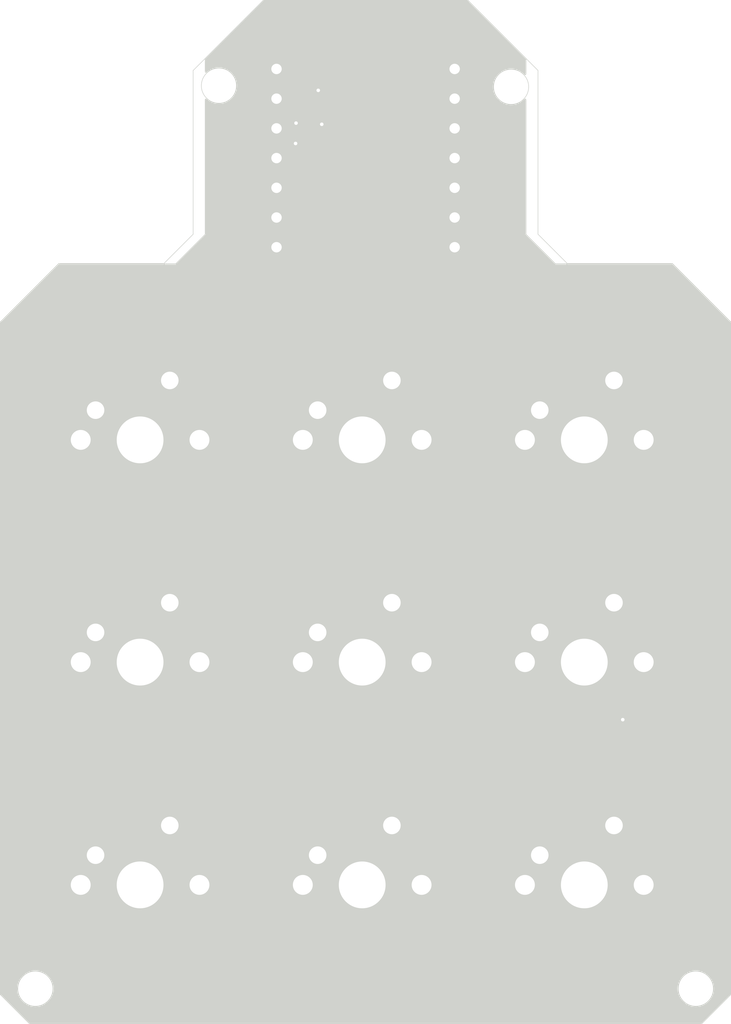
<source format=kicad_pcb>
(kicad_pcb (version 20240108) (generator "pcbnew") (generator_version "8.0")
  (layers (0 "F.Cu" signal) (31 "B.Cu" signal) (34 "B.Paste" user) (35 "F.Paste" user) (36 "B.SilkS" user "B.Silkscreen") (37 "F.SilkS" user "F.Silkscreen") (38 "B.Mask" user) (39 "F.Mask" user) (44 "Edge.Cuts" user))
  (net 0 "")
  (net 1 "Net-(D1-DOUT)")
  (net 2 "Net-(D1-DIN)")
  (net 3 "GND")
  (net 4 "Net-(U1-GPIO1{slash}RX)")
  (net 5 "Net-(U1-GPIO2{slash}SCK)")
  (net 6 "Net-(U1-GPIO4{slash}MISO)")
  (net 7 "Net-(U1-GPIO3{slash}MOSI)")
  (net 8 "+5V")
  (net 9 "Net-(U1-GPIO0{slash}TX)")
  (net 10 "Net-(U1-GPIO7{slash}SCL)")
  (net 12 "Net-(U1-GPIO27{slash}ADC1{slash}A1)")
  (net 13 "Net-(U1-GPIO28{slash}ADC2{slash}A2)")
  (net 14 "Net-(U1-GPIO29{slash}ADC3{slash}A3)")
  (net 16 "Net-(D2-DOUT)")
  (net 17 "Net-(D3-DOUT)")
  (net 18 "Net-(D4-DOUT)")
  (net 19 "Net-(D5-DOUT)")
  (net 20 "Net-(D6-DOUT)")
  (net 21 "Net-(D7-DOUT)")
  (net 22 "Net-(D8-DOUT)")
  (footprint "Button_Switch_Keyboard:SW_Cherry_MX_1.00u_PCB" (layer "F.Cu") (at 155 133.045)
    (property "Reference" "SW9" (at -3 -0.045 0) (layer "F.SilkS"))
    (property "Value" "SW_Push")
    (pad "" np_thru_hole circle (at -7.62 5.08) (size 1.7 1.7) (drill 1.7) (layers "*.Cu" "*.Mask"))
    (pad "" np_thru_hole circle (at -2.54 5.08) (size 4 4) (drill 4) (layers "*.Cu" "*.Mask"))
    (pad "" np_thru_hole circle (at 2.54 5.08) (size 1.7 1.7) (drill 1.7) (layers "*.Cu" "*.Mask"))
    (pad "1" thru_hole circle (at 0 0) (size 2.2 2.2) (drill 1.5) (layers "*.Cu" "*.Mask") (net 3 "GND"))
    (pad "2" thru_hole circle (at -6.35 2.54) (size 2.2 2.2) (drill 1.5) (layers "*.Cu" "*.Mask") (net 14 "Net-(U1-GPIO29{slash}ADC3{slash}A3)"))
  )
  (footprint "LED_SMD:LED_SK6812MINI_PLCC4_3.5x3.5mm_P1.75mm" (layer "F.Cu") (at 115 90.125 180)
    (property "Reference" "D1" (at 4.25 0.125 0) (layer "F.SilkS"))
    (property "Value" "SK6812MINI")
    (fp_text user "1" (at -3.2 -0.875 180) (layer "F.SilkS") (effects (font (size 0.8 0.8))))
    (pad "1" smd rect (at -1.75 -0.875 180) (size 1.6 0.85) (layers "F.Cu" "F.Paste" "F.Mask") (net 1 "Net-(D1-DOUT)"))
    (pad "2" smd rect (at -1.75 0.875 180) (size 1.6 0.85) (layers "F.Cu" "F.Paste" "F.Mask") (net 3 "GND"))
    (pad "3" smd rect (at 1.75 0.875 180) (size 1.6 0.85) (layers "F.Cu" "F.Paste" "F.Mask") (net 2 "Net-(D1-DIN)"))
    (pad "4" smd rect (at 1.75 -0.875 180) (size 1.6 0.85) (layers "F.Cu" "F.Paste" "F.Mask") (net 8 "+5V"))
  )
  (footprint "LED_SMD:LED_SK6812MINI_PLCC4_3.5x3.5mm_P1.75mm" (layer "F.Cu") (at 153 109.625 180)
    (property "Reference" "D8" (at 4.5 -0.125 0) (layer "F.SilkS"))
    (property "Value" "SK6812MINI")
    (fp_text user "1" (at -3.2 -0.875 180) (layer "F.SilkS") (effects (font (size 0.8 0.8))))
    (pad "1" smd rect (at -1.75 -0.875 180) (size 1.6 0.85) (layers "F.Cu" "F.Paste" "F.Mask") (net 22 "Net-(D8-DOUT)"))
    (pad "2" smd rect (at -1.75 0.875 180) (size 1.6 0.85) (layers "F.Cu" "F.Paste" "F.Mask") (net 3 "GND"))
    (pad "3" smd rect (at 1.75 0.875 180) (size 1.6 0.85) (layers "F.Cu" "F.Paste" "F.Mask") (net 21 "Net-(D7-DOUT)"))
    (pad "4" smd rect (at 1.75 -0.875 180) (size 1.6 0.85) (layers "F.Cu" "F.Paste" "F.Mask") (net 8 "+5V"))
  )
  (footprint "Button_Switch_Keyboard:SW_Cherry_MX_1.00u_PCB" (layer "F.Cu") (at 136 133.045)
    (property "Reference" "SW6" (at -3.25 -0.045 0) (layer "F.SilkS"))
    (property "Value" "SW_Push")
    (pad "" np_thru_hole circle (at -7.62 5.08) (size 1.7 1.7) (drill 1.7) (layers "*.Cu" "*.Mask"))
    (pad "" np_thru_hole circle (at -2.54 5.08) (size 4 4) (drill 4) (layers "*.Cu" "*.Mask"))
    (pad "" np_thru_hole circle (at 2.54 5.08) (size 1.7 1.7) (drill 1.7) (layers "*.Cu" "*.Mask"))
    (pad "1" thru_hole circle (at 0 0) (size 2.2 2.2) (drill 1.5) (layers "*.Cu" "*.Mask") (net 3 "GND"))
    (pad "2" thru_hole circle (at -6.35 2.54) (size 2.2 2.2) (drill 1.5) (layers "*.Cu" "*.Mask") (net 10 "Net-(U1-GPIO7{slash}SCL)"))
  )
  (footprint "Button_Switch_Keyboard:SW_Cherry_MX_1.00u_PCB" (layer "F.Cu") (at 117 114)
    (property "Reference" "SW2" (at -3.25 0 0) (layer "F.SilkS"))
    (property "Value" "SW_Push")
    (pad "" np_thru_hole circle (at -7.62 5.08) (size 1.7 1.7) (drill 1.7) (layers "*.Cu" "*.Mask"))
    (pad "" np_thru_hole circle (at -2.54 5.08) (size 4 4) (drill 4) (layers "*.Cu" "*.Mask"))
    (pad "" np_thru_hole circle (at 2.54 5.08) (size 1.7 1.7) (drill 1.7) (layers "*.Cu" "*.Mask"))
    (pad "1" thru_hole circle (at 0 0) (size 2.2 2.2) (drill 1.5) (layers "*.Cu" "*.Mask") (net 3 "GND"))
    (pad "2" thru_hole circle (at -6.35 2.54) (size 2.2 2.2) (drill 1.5) (layers "*.Cu" "*.Mask") (net 5 "Net-(U1-GPIO2{slash}SCK)"))
  )
  (footprint "Button_Switch_Keyboard:SW_Cherry_MX_1.00u_PCB" (layer "F.Cu") (at 117 95)
    (property "Reference" "SW1" (at -2.87 0.26 0) (layer "F.SilkS"))
    (property "Value" "SW_Push")
    (pad "" np_thru_hole circle (at -7.62 5.08) (size 1.7 1.7) (drill 1.7) (layers "*.Cu" "*.Mask"))
    (pad "" np_thru_hole circle (at -2.54 5.08) (size 4 4) (drill 4) (layers "*.Cu" "*.Mask"))
    (pad "" np_thru_hole circle (at 2.54 5.08) (size 1.7 1.7) (drill 1.7) (layers "*.Cu" "*.Mask"))
    (pad "1" thru_hole circle (at 0 0) (size 2.2 2.2) (drill 1.5) (layers "*.Cu" "*.Mask") (net 3 "GND"))
    (pad "2" thru_hole circle (at -6.35 2.54) (size 2.2 2.2) (drill 1.5) (layers "*.Cu" "*.Mask") (net 4 "Net-(U1-GPIO1{slash}RX)"))
  )
  (footprint "LED_SMD:LED_SK6812MINI_PLCC4_3.5x3.5mm_P1.75mm" (layer "F.Cu") (at 153 128.625 180)
    (property "Reference" "D9" (at 4.75 -0.375 0) (layer "F.SilkS"))
    (property "Value" "SK6812MINI")
    (fp_text user "1" (at -3.2 -0.875 180) (layer "F.SilkS") (effects (font (size 0.8 0.8))))
    (pad "1" smd rect (at -1.75 -0.875 180) (size 1.6 0.85) (layers "F.Cu" "F.Paste" "F.Mask"))
    (pad "2" smd rect (at -1.75 0.875 180) (size 1.6 0.85) (layers "F.Cu" "F.Paste" "F.Mask") (net 3 "GND"))
    (pad "3" smd rect (at 1.75 0.875 180) (size 1.6 0.85) (layers "F.Cu" "F.Paste" "F.Mask") (net 22 "Net-(D8-DOUT)"))
    (pad "4" smd rect (at 1.75 -0.875 180) (size 1.6 0.85) (layers "F.Cu" "F.Paste" "F.Mask") (net 8 "+5V"))
  )
  (footprint "LED_SMD:LED_SK6812MINI_PLCC4_3.5x3.5mm_P1.75mm" (layer "F.Cu") (at 153 90.125 180)
    (property "Reference" "D7" (at 4.25 -0.125 0) (layer "F.SilkS"))
    (property "Value" "SK6812MINI")
    (fp_text user "1" (at -3.2 -0.875 180) (layer "F.SilkS") (effects (font (size 0.8 0.8))))
    (pad "1" smd rect (at -1.75 -0.875 180) (size 1.6 0.85) (layers "F.Cu" "F.Paste" "F.Mask") (net 21 "Net-(D7-DOUT)"))
    (pad "2" smd rect (at -1.75 0.875 180) (size 1.6 0.85) (layers "F.Cu" "F.Paste" "F.Mask") (net 3 "GND"))
    (pad "3" smd rect (at 1.75 0.875 180) (size 1.6 0.85) (layers "F.Cu" "F.Paste" "F.Mask") (net 20 "Net-(D6-DOUT)"))
    (pad "4" smd rect (at 1.75 -0.875 180) (size 1.6 0.85) (layers "F.Cu" "F.Paste" "F.Mask") (net 8 "+5V"))
  )
  (footprint "Button_Switch_Keyboard:SW_Cherry_MX_1.00u_PCB" (layer "F.Cu") (at 155 114)
    (property "Reference" "SW8" (at -3 0 0) (layer "F.SilkS"))
    (property "Value" "SW_Push")
    (pad "" np_thru_hole circle (at -7.62 5.08) (size 1.7 1.7) (drill 1.7) (layers "*.Cu" "*.Mask"))
    (pad "" np_thru_hole circle (at -2.54 5.08) (size 4 4) (drill 4) (layers "*.Cu" "*.Mask"))
    (pad "" np_thru_hole circle (at 2.54 5.08) (size 1.7 1.7) (drill 1.7) (layers "*.Cu" "*.Mask"))
    (pad "1" thru_hole circle (at 0 0) (size 2.2 2.2) (drill 1.5) (layers "*.Cu" "*.Mask") (net 3 "GND"))
    (pad "2" thru_hole circle (at -6.35 2.54) (size 2.2 2.2) (drill 1.5) (layers "*.Cu" "*.Mask") (net 13 "Net-(U1-GPIO28{slash}ADC2{slash}A2)"))
  )
  (footprint "Button_Switch_Keyboard:SW_Cherry_MX_1.00u_PCB" (layer "F.Cu") (at 117 133.045)
    (property "Reference" "SW3" (at -3.25 -0.045 0) (layer "F.SilkS"))
    (property "Value" "SW_Push")
    (pad "" np_thru_hole circle (at -7.62 5.08) (size 1.7 1.7) (drill 1.7) (layers "*.Cu" "*.Mask"))
    (pad "" np_thru_hole circle (at -2.54 5.08) (size 4 4) (drill 4) (layers "*.Cu" "*.Mask"))
    (pad "" np_thru_hole circle (at 2.54 5.08) (size 1.7 1.7) (drill 1.7) (layers "*.Cu" "*.Mask"))
    (pad "1" thru_hole circle (at 0 0) (size 2.2 2.2) (drill 1.5) (layers "*.Cu" "*.Mask") (net 3 "GND"))
    (pad "2" thru_hole circle (at -6.35 2.54) (size 2.2 2.2) (drill 1.5) (layers "*.Cu" "*.Mask") (net 6 "Net-(U1-GPIO4{slash}MISO)"))
  )
  (footprint "LED_SMD:LED_SK6812MINI_PLCC4_3.5x3.5mm_P1.75mm" (layer "F.Cu") (at 115 128.625 180)
    (property "Reference" "D3" (hide yes))
    (property "Value" "SK6812MINI")
    (fp_text user "1" (at -3.2 -0.875 180) (layer "F.SilkS") (effects (font (size 0.8 0.8))))
    (pad "1" smd rect (at -1.75 -0.875 180) (size 1.6 0.85) (layers "F.Cu" "F.Paste" "F.Mask") (net 17 "Net-(D3-DOUT)"))
    (pad "2" smd rect (at -1.75 0.875 180) (size 1.6 0.85) (layers "F.Cu" "F.Paste" "F.Mask") (net 3 "GND"))
    (pad "3" smd rect (at 1.75 0.875 180) (size 1.6 0.85) (layers "F.Cu" "F.Paste" "F.Mask") (net 16 "Net-(D2-DOUT)"))
    (pad "4" smd rect (at 1.75 -0.875 180) (size 1.6 0.85) (layers "F.Cu" "F.Paste" "F.Mask") (net 8 "+5V"))
  )
  (footprint "Seeed Studio XIAO Series Library:XIAO-RP2040-DIP" (layer "F.Cu") (at 133.75 75.99)
    (property "Reference" "U1" (at -6.25 -11.5 0) (layer "F.SilkS") (effects (font (size 0.8 0.8) (thickness 0.1016))))
    (property "Value" "XIAO-RP2040-DIP")
    (pad "1" smd roundrect (at -8.455 -7.62 180) (size 2.432 1.524) (layers "F.Cu" "F.Mask") (roundrect_rratio 0.1))
    (pad "1" thru_hole circle (at -7.62 -7.62 180) (size 1.524 1.524) (drill 0.889) (layers "*.Cu" "*.Mask"))
    (pad "2" smd roundrect (at -8.455 -5.08 180) (size 2.432 1.524) (layers "F.Cu" "F.Mask") (roundrect_rratio 0.1) (net 12 "Net-(U1-GPIO27{slash}ADC1{slash}A1)"))
    (pad "2" thru_hole circle (at -7.62 -5.08 180) (size 1.524 1.524) (drill 0.889) (layers "*.Cu" "*.Mask") (net 12 "Net-(U1-GPIO27{slash}ADC1{slash}A1)"))
    (pad "3" smd roundrect (at -8.455 -2.54 180) (size 2.432 1.524) (layers "F.Cu" "F.Mask") (roundrect_rratio 0.1) (net 13 "Net-(U1-GPIO28{slash}ADC2{slash}A2)"))
    (pad "3" thru_hole circle (at -7.62 -2.54 180) (size 1.524 1.524) (drill 0.889) (layers "*.Cu" "*.Mask") (net 13 "Net-(U1-GPIO28{slash}ADC2{slash}A2)"))
    (pad "4" smd roundrect (at -8.455 0 180) (size 2.432 1.524) (layers "F.Cu" "F.Mask") (roundrect_rratio 0.1) (net 14 "Net-(U1-GPIO29{slash}ADC3{slash}A3)"))
    (pad "4" thru_hole circle (at -7.62 0 180) (size 1.524 1.524) (drill 0.889) (layers "*.Cu" "*.Mask") (net 14 "Net-(U1-GPIO29{slash}ADC3{slash}A3)"))
    (pad "5" smd roundrect (at -8.455 2.54 180) (size 2.432 1.524) (layers "F.Cu" "F.Mask") (roundrect_rratio 0.1) (net 2 "Net-(D1-DIN)"))
    (pad "5" thru_hole circle (at -7.62 2.54 180) (size 1.524 1.524) (drill 0.889) (layers "*.Cu" "*.Mask") (net 2 "Net-(D1-DIN)"))
    (pad "6" smd roundrect (at -8.455 5.08 180) (size 2.432 1.524) (layers "F.Cu" "F.Mask") (roundrect_rratio 0.1) (net 10 "Net-(U1-GPIO7{slash}SCL)"))
    (pad "6" thru_hole circle (at -7.62 5.08 180) (size 1.524 1.524) (drill 0.889) (layers "*.Cu" "*.Mask") (net 10 "Net-(U1-GPIO7{slash}SCL)"))
    (pad "7" smd roundrect (at -8.455 7.62 180) (size 2.432 1.524) (layers "F.Cu" "F.Mask") (roundrect_rratio 0.1) (net 9 "Net-(U1-GPIO0{slash}TX)"))
    (pad "7" thru_hole circle (at -7.62 7.62 180) (size 1.524 1.524) (drill 0.889) (layers "*.Cu" "*.Mask") (net 9 "Net-(U1-GPIO0{slash}TX)"))
    (pad "8" thru_hole circle (at 7.62 7.62) (size 1.524 1.524) (drill 0.889) (layers "*.Cu" "*.Mask") (net 4 "Net-(U1-GPIO1{slash}RX)"))
    (pad "8" smd roundrect (at 8.455 7.62) (size 2.432 1.524) (layers "F.Cu" "F.Mask") (roundrect_rratio 0.1) (net 4 "Net-(U1-GPIO1{slash}RX)"))
    (pad "9" thru_hole circle (at 7.62 5.08) (size 1.524 1.524) (drill 0.889) (layers "*.Cu" "*.Mask") (net 5 "Net-(U1-GPIO2{slash}SCK)"))
    (pad "9" smd roundrect (at 8.455 5.08) (size 2.432 1.524) (layers "F.Cu" "F.Mask") (roundrect_rratio 0.1) (net 5 "Net-(U1-GPIO2{slash}SCK)"))
    (pad "10" thru_hole circle (at 7.62 2.54) (size 1.524 1.524) (drill 0.889) (layers "*.Cu" "*.Mask") (net 6 "Net-(U1-GPIO4{slash}MISO)"))
    (pad "10" smd roundrect (at 8.455 2.54) (size 2.432 1.524) (layers "F.Cu" "F.Mask") (roundrect_rratio 0.1) (net 6 "Net-(U1-GPIO4{slash}MISO)"))
    (pad "11" thru_hole circle (at 7.62 0) (size 1.524 1.524) (drill 0.889) (layers "*.Cu" "*.Mask") (net 7 "Net-(U1-GPIO3{slash}MOSI)"))
    (pad "11" smd roundrect (at 8.455 0) (size 2.432 1.524) (layers "F.Cu" "F.Mask") (roundrect_rratio 0.1) (net 7 "Net-(U1-GPIO3{slash}MOSI)"))
    (pad "12" thru_hole circle (at 7.62 -2.54) (size 1.524 1.524) (drill 0.889) (layers "*.Cu" "*.Mask"))
    (pad "12" smd roundrect (at 8.455 -2.54) (size 2.432 1.524) (layers "F.Cu" "F.Mask") (roundrect_rratio 0.1))
    (pad "13" thru_hole circle (at 7.62 -5.08) (size 1.524 1.524) (drill 0.889) (layers "*.Cu" "*.Mask") (net 3 "GND"))
    (pad "13" smd roundrect (at 8.455 -5.08) (size 2.432 1.524) (layers "F.Cu" "F.Mask") (roundrect_rratio 0.1) (net 3 "GND"))
    (pad "14" thru_hole circle (at 7.62 -7.62) (size 1.524 1.524) (drill 0.889) (layers "*.Cu" "*.Mask") (net 8 "+5V"))
    (pad "14" smd roundrect (at 8.455 -7.62) (size 2.432 1.524) (layers "F.Cu" "F.Mask") (roundrect_rratio 0.1) (net 8 "+5V"))
  )
  (footprint "Button_Switch_Keyboard:SW_Cherry_MX_1.00u_PCB" (layer "F.Cu") (at 136 95)
    (property "Reference" "SW4" (at -2.96 0.26 0) (layer "F.SilkS"))
    (property "Value" "SW_Push")
    (pad "" np_thru_hole circle (at -7.62 5.08) (size 1.7 1.7) (drill 1.7) (layers "*.Cu" "*.Mask"))
    (pad "" np_thru_hole circle (at -2.54 5.08) (size 4 4) (drill 4) (layers "*.Cu" "*.Mask"))
    (pad "" np_thru_hole circle (at 2.54 5.08) (size 1.7 1.7) (drill 1.7) (layers "*.Cu" "*.Mask"))
    (pad "1" thru_hole circle (at 0 0) (size 2.2 2.2) (drill 1.5) (layers "*.Cu" "*.Mask") (net 3 "GND"))
    (pad "2" thru_hole circle (at -6.35 2.54) (size 2.2 2.2) (drill 1.5) (layers "*.Cu" "*.Mask") (net 7 "Net-(U1-GPIO3{slash}MOSI)"))
  )
  (footprint "Button_Switch_Keyboard:SW_Cherry_MX_1.00u_PCB" (layer "F.Cu") (at 155 95)
    (property "Reference" "SW7" (at -2.75 0.5 0) (layer "F.SilkS"))
    (property "Value" "SW_Push")
    (pad "" np_thru_hole circle (at -7.62 5.08) (size 1.7 1.7) (drill 1.7) (layers "*.Cu" "*.Mask"))
    (pad "" np_thru_hole circle (at -2.54 5.08) (size 4 4) (drill 4) (layers "*.Cu" "*.Mask"))
    (pad "" np_thru_hole circle (at 2.54 5.08) (size 1.7 1.7) (drill 1.7) (layers "*.Cu" "*.Mask"))
    (pad "1" thru_hole circle (at 0 0) (size 2.2 2.2) (drill 1.5) (layers "*.Cu" "*.Mask") (net 3 "GND"))
    (pad "2" thru_hole circle (at -6.35 2.54) (size 2.2 2.2) (drill 1.5) (layers "*.Cu" "*.Mask") (net 12 "Net-(U1-GPIO27{slash}ADC1{slash}A1)"))
  )
  (footprint "LED_SMD:LED_SK6812MINI_PLCC4_3.5x3.5mm_P1.75mm" (layer "F.Cu") (at 134 109.625 180)
    (property "Reference" "D5" (at 4.5 -0.125 0) (layer "F.SilkS"))
    (property "Value" "SK6812MINI")
    (fp_text user "1" (at -3.2 -0.875 180) (layer "F.SilkS") (effects (font (size 0.8 0.8))))
    (pad "1" smd rect (at -1.75 -0.875 180) (size 1.6 0.85) (layers "F.Cu" "F.Paste" "F.Mask") (net 19 "Net-(D5-DOUT)"))
    (pad "2" smd rect (at -1.75 0.875 180) (size 1.6 0.85) (layers "F.Cu" "F.Paste" "F.Mask") (net 3 "GND"))
    (pad "3" smd rect (at 1.75 0.875 180) (size 1.6 0.85) (layers "F.Cu" "F.Paste" "F.Mask") (net 18 "Net-(D4-DOUT)"))
    (pad "4" smd rect (at 1.75 -0.875 180) (size 1.6 0.85) (layers "F.Cu" "F.Paste" "F.Mask") (net 8 "+5V"))
  )
  (footprint "LED_SMD:LED_SK6812MINI_PLCC4_3.5x3.5mm_P1.75mm" (layer "F.Cu") (at 134 90.125 180)
    (property "Reference" "D4" (at 4.25 -0.125 0) (layer "F.SilkS"))
    (property "Value" "SK6812MINI")
    (fp_text user "1" (at -3.2 -0.875 180) (layer "F.SilkS") (effects (font (size 0.8 0.8))))
    (pad "1" smd rect (at -1.75 -0.875 180) (size 1.6 0.85) (layers "F.Cu" "F.Paste" "F.Mask") (net 18 "Net-(D4-DOUT)"))
    (pad "2" smd rect (at -1.75 0.875 180) (size 1.6 0.85) (layers "F.Cu" "F.Paste" "F.Mask") (net 3 "GND"))
    (pad "3" smd rect (at 1.75 0.875 180) (size 1.6 0.85) (layers "F.Cu" "F.Paste" "F.Mask") (net 17 "Net-(D3-DOUT)"))
    (pad "4" smd rect (at 1.75 -0.875 180) (size 1.6 0.85) (layers "F.Cu" "F.Paste" "F.Mask") (net 8 "+5V"))
  )
  (footprint "Button_Switch_Keyboard:SW_Cherry_MX_1.00u_PCB" (layer "F.Cu") (at 136 114)
    (property "Reference" "SW5" (at -3.25 0.25 0) (layer "F.SilkS"))
    (property "Value" "SW_Push")
    (pad "" np_thru_hole circle (at -7.62 5.08) (size 1.7 1.7) (drill 1.7) (layers "*.Cu" "*.Mask"))
    (pad "" np_thru_hole circle (at -2.54 5.08) (size 4 4) (drill 4) (layers "*.Cu" "*.Mask"))
    (pad "" np_thru_hole circle (at 2.54 5.08) (size 1.7 1.7) (drill 1.7) (layers "*.Cu" "*.Mask"))
    (pad "1" thru_hole circle (at 0 0) (size 2.2 2.2) (drill 1.5) (layers "*.Cu" "*.Mask") (net 3 "GND"))
    (pad "2" thru_hole circle (at -6.35 2.54) (size 2.2 2.2) (drill 1.5) (layers "*.Cu" "*.Mask") (net 9 "Net-(U1-GPIO0{slash}TX)"))
  )
  (footprint "LED_SMD:LED_SK6812MINI_PLCC4_3.5x3.5mm_P1.75mm" (layer "F.Cu") (at 134 128.625 180)
    (property "Reference" "D6" (at 4.5 -0.125 0) (layer "F.SilkS"))
    (property "Value" "SK6812MINI")
    (fp_text user "1" (at -3.2 -0.875 180) (layer "F.SilkS") (effects (font (size 0.8 0.8))))
    (pad "1" smd rect (at -1.75 -0.875 180) (size 1.6 0.85) (layers "F.Cu" "F.Paste" "F.Mask") (net 20 "Net-(D6-DOUT)"))
    (pad "2" smd rect (at -1.75 0.875 180) (size 1.6 0.85) (layers "F.Cu" "F.Paste" "F.Mask") (net 3 "GND"))
    (pad "3" smd rect (at 1.75 0.875 180) (size 1.6 0.85) (layers "F.Cu" "F.Paste" "F.Mask") (net 19 "Net-(D5-DOUT)"))
    (pad "4" smd rect (at 1.75 -0.875 180) (size 1.6 0.85) (layers "F.Cu" "F.Paste" "F.Mask") (net 8 "+5V"))
  )
  (footprint "LED_SMD:LED_SK6812MINI_PLCC4_3.5x3.5mm_P1.75mm" (layer "F.Cu") (at 115 109.625 180)
    (property "Reference" "D2" (at 4.75 -0.125 0) (layer "F.SilkS"))
    (property "Value" "SK6812MINI")
    (fp_text user "1" (at -3.2 -0.875 180) (layer "F.SilkS") (effects (font (size 0.8 0.8))))
    (pad "1" smd rect (at -1.75 -0.875 180) (size 1.6 0.85) (layers "F.Cu" "F.Paste" "F.Mask") (net 16 "Net-(D2-DOUT)"))
    (pad "2" smd rect (at -1.75 0.875 180) (size 1.6 0.85) (layers "F.Cu" "F.Paste" "F.Mask") (net 3 "GND"))
    (pad "3" smd rect (at 1.75 0.875 180) (size 1.6 0.85) (layers "F.Cu" "F.Paste" "F.Mask") (net 1 "Net-(D1-DOUT)"))
    (pad "4" smd rect (at 1.75 -0.875 180) (size 1.6 0.85) (layers "F.Cu" "F.Paste" "F.Mask") (net 8 "+5V"))
  )
  (gr_line (start 160 85) (end 165 90) (stroke (width 0.05)) (layer "Edge.Cuts"))
  (gr_line (start 105 150) (end 102.5 147.5) (stroke (width 0.05)) (layer "Edge.Cuts"))
  (gr_line (start 165 90) (end 165 147.5) (stroke (width 0.05)) (layer "Edge.Cuts"))
  (gr_line (start 107.5 85) (end 116.5 85) (stroke (width 0.05)) (layer "Edge.Cuts"))
  (gr_line (start 119 82.5) (end 116.5 85) (stroke (width 0.05)) (layer "Edge.Cuts"))
  (gr_line (start 162.5 150) (end 105 150) (stroke (width 0.05)) (layer "Edge.Cuts"))
  (gr_line (start 148.499849 82.5) (end 150.999849 85) (stroke (width 0.05)) (layer "Edge.Cuts"))
  (gr_line (start 120 67.5) (end 119 68.5) (stroke (width 0.05)) (layer "Edge.Cuts"))
  (gr_line (start 142.5 62.5) (end 147.5 67.5) (stroke (width 0.05)) (layer "Edge.Cuts"))
  (gr_line (start 120 67.5) (end 125 62.5) (stroke (width 0.05)) (layer "Edge.Cuts"))
  (gr_line (start 148.499849 68.499849) (end 148.499849 82.5) (stroke (width 0.05)) (layer "Edge.Cuts"))
  (gr_circle (center 146.2 69.9) (end 147.7 69.9) (stroke (width 0.05)) (fill none) (layer "Edge.Cuts"))
  (gr_line (start 147.5 67.5) (end 148.499849 68.499849) (stroke (width 0.05)) (layer "Edge.Cuts"))
  (gr_line (start 151 85) (end 160 85) (stroke (width 0.05)) (layer "Edge.Cuts"))
  (gr_circle (center 105.5 147) (end 107 147) (stroke (width 0.05)) (fill none) (layer "Edge.Cuts"))
  (gr_circle (center 121.2 69.8) (end 122.7 69.8) (stroke (width 0.05)) (fill none) (layer "Edge.Cuts"))
  (gr_line (start 165 147.5) (end 162.5 150) (stroke (width 0.05)) (layer "Edge.Cuts"))
  (gr_line (start 125 62.5) (end 142.5 62.5) (stroke (width 0.05)) (layer "Edge.Cuts"))
  (gr_line (start 102.5 147.5) (end 102.5 90) (stroke (width 0.05)) (layer "Edge.Cuts"))
  (gr_line (start 119 68.5) (end 119 82.5) (stroke (width 0.05)) (layer "Edge.Cuts"))
  (gr_line (start 102.5 90) (end 107.5 85) (stroke (width 0.05)) (layer "Edge.Cuts"))
  (gr_circle (center 162 147) (end 163.5 147) (stroke (width 0.05)) (fill none) (layer "Edge.Cuts"))
  (gr_text "Bananapad\n" (at 104.75 89 0) (layer "F.SilkS") (effects (font (size 1 0.8) (thickness 0.2) (bold yes)) (justify left bottom)))
  (gr_text ":)" (at 143.25 87.25 0) (layer "F.SilkS") (effects (font (size 2 2) (thickness 0.4) (bold yes)) (justify left bottom)))
  (gr_text "XIAO HERE" (at 127.75 77 0) (layer "F.SilkS") (effects (font (size 1.5 1.5) (thickness 0.2)) (justify left bottom)))
  (segment (start 113.25 106.5) (end 117.25 102.5) (width 0.2) (layer "F.Cu") (net 1))
  (segment (start 113.25 108.75) (end 113.25 106.5) (width 0.2) (layer "F.Cu") (net 1))
  (segment (start 117.25 102.5) (end 117.25 97.5) (width 0.2) (layer "F.Cu") (net 1))
  (segment (start 119.25 93.5) (end 116.75 91) (width 0.2) (layer "F.Cu") (net 1))
  (segment (start 119.25 95.5) (end 119.25 93.5) (width 0.2) (layer "F.Cu") (net 1))
  (segment (start 117.25 97.5) (end 119.25 95.5) (width 0.2) (layer "F.Cu") (net 1))
  (segment (start 121.5 80.25) (end 123.21 78.54) (width 0.2) (layer "F.Cu") (net 2))
  (segment (start 113.25 89.25) (end 113.25 88.25) (width 0.2) (layer "F.Cu") (net 2))
  (segment (start 114.5 87) (end 117 87) (width 0.2) (layer "F.Cu") (net 2))
  (segment (start 123.21 78.54) (end 125.045 78.54) (width 0.2) (layer "F.Cu") (net 2))
  (segment (start 113.25 88.25) (end 114.5 87) (width 0.2) (layer "F.Cu") (net 2))
  (segment (start 117 87) (end 121.5 82.5) (width 0.2) (layer "F.Cu") (net 2))
  (segment (start 121.5 82.5) (end 121.5 80.25) (width 0.2) (layer "F.Cu") (net 2))
  (segment (start 156.8 110.8) (end 154.75 108.75) (width 0.2) (layer "F.Cu") (net 3))
  (segment (start 139.85 108.75) (end 141.6 107) (width 0.2) (layer "F.Cu") (net 3))
  (segment (start 155.21 124) (end 155.75 124) (width 0.2) (layer "F.Cu") (net 3))
  (segment (start 135.025 88.525) (end 135.75 89.25) (width 0.2) (layer "F.Cu") (net 3))
  (segment (start 155.21 127.29) (end 155.21 124) (width 0.2) (layer "F.Cu") (net 3))
  (segment (start 135.75 127.75) (end 136.75 127.75) (width 0.2) (layer "F.Cu") (net 3))
  (segment (start 156.8 117.515686) (end 156.8 110.8) (width 0.2) (layer "F.Cu") (net 3))
  (segment (start 160.75 92.25) (end 157.75 89.25) (width 0.2) (layer "F.Cu") (net 3))
  (segment (start 126.909314 88.525) (end 127 88.525) (width 0.2) (layer "F.Cu") (net 3))
  (segment (start 116.75 108.75) (end 120.85 108.75) (width 0.2) (layer "F.Cu") (net 3))
  (segment (start 155.21 124) (end 155.21 119.105686) (width 0.2) (layer "F.Cu") (net 3))
  (segment (start 127 88.525) (end 135.025 88.525) (width 0.2) (layer "F.Cu") (net 3))
  (segment (start 120.85 108.75) (end 122.6 107) (width 0.2) (layer "F.Cu") (net 3))
  (segment (start 136.725 88.525) (end 154.025 88.525) (width 0.2) (layer "F.Cu") (net 3))
  (segment (start 141.6 92.834314) (end 145.909314 88.525) (width 0.2) (layer "F.Cu") (net 3))
  (segment (start 122.6 107) (end 122.6 92.834314) (width 0.2) (layer "F.Cu") (net 3))
  (segment (start 135.75 89.25) (end 136 89.25) (width 0.2) (layer "F.Cu") (net 3))
  (segment (start 155.21 119.105686) (end 156.8 117.515686) (width 0.2) (layer "F.Cu") (net 3))
  (segment (start 154.75 108.75) (end 158.75 108.75) (width 0.2) (layer "F.Cu") (net 3))
  (segment (start 158.75 108.75) (end 160.75 106.75) (width 0.2) (layer "F.Cu") (net 3))
  (segment (start 154.75 127.75) (end 155.21 127.29) (width 0.2) (layer "F.Cu") (net 3))
  (segment (start 136.75 127.75) (end 141.6 122.9) (width 0.2) (layer "F.Cu") (net 3))
  (segment (start 136 89.25) (end 136.725 88.525) (width 0.2) (layer "F.Cu") (net 3))
  (segment (start 135.75 108.75) (end 139.85 108.75) (width 0.2) (layer "F.Cu") (net 3))
  (segment (start 122.6 122.9) (end 122.6 107) (width 0.2) (layer "F.Cu") (net 3))
  (segment (start 116.75 89.25) (end 117.475 88.525) (width 0.2) (layer "F.Cu") (net 3))
  (segment (start 154.025 88.525) (end 154.75 89.25) (width 0.2) (layer "F.Cu") (net 3))
  (segment (start 160.75 106.75) (end 160.75 92.25) (width 0.2) (layer "F.Cu") (net 3))
  (segment (start 157.75 89.25) (end 154.75 89.25) (width 0.2) (layer "F.Cu") (net 3))
  (segment (start 117.75 127.75) (end 122.6 122.9) (width 0.2) (layer "F.Cu") (net 3))
  (segment (start 116.75 127.75) (end 117.75 127.75) (width 0.2) (layer "F.Cu") (net 3))
  (segment (start 122.6 92.834314) (end 126.909314 88.525) (width 0.2) (layer "F.Cu") (net 3))
  (segment (start 141.6 107) (end 141.6 92.834314) (width 0.2) (layer "F.Cu") (net 3))
  (segment (start 141.6 122.9) (end 141.6 107) (width 0.2) (layer "F.Cu") (net 3))
  (segment (start 117.475 88.525) (end 127 88.525) (width 0.2) (layer "F.Cu") (net 3))
  (via (at 155.75 124) (size 0.6) (drill 0.3) (layers "F.Cu" "B.Cu") (net 3))
  (segment (start 136 146) (end 136 133.045) (width 0.2) (layer "B.Cu") (net 3))
  (segment (start 117 147) (end 118 148) (width 0.2) (layer "B.Cu") (net 3))
  (segment (start 117 114) (end 136 114) (width 0.2) (layer "B.Cu") (net 3))
  (segment (start 134 148) (end 136 146) (width 0.2) (layer "B.Cu") (net 3))
  (segment (start 106.455 133.045) (end 104.5 135) (width 0.2) (layer "B.Cu") (net 3))
  (segment (start 155 133.045) (end 155 123.5) (width 0.2) (layer "B.Cu") (net 3))
  (segment (start 155 95) (end 136 95) (width 0.2) (layer "B.Cu") (net 3))
  (segment (start 155 114) (end 136 114) (width 0.2) (layer "B.Cu") (net 3))
  (segment (start 110.5 149) (end 157 149) (width 0.2) (layer "B.Cu") (net 3))
  (segment (start 156.665686 86.35) (end 149.95 86.35) (width 0.2) (layer "B.Cu") (net 3))
  (segment (start 162.9 92.584314) (end 156.665686 86.35) (width 0.2) (layer "B.Cu") (net 3))
  (segment (start 136 146) (end 138 148) (width 0.2) (layer "B.Cu") (net 3))
  (segment (start 155.25 123.5) (end 155.75 124) (width 0.2) (layer "B.Cu") (net 3))
  (segment (start 149.95 86.35) (end 145.3 81.7) (width 0.2) (layer "B.Cu") (net 3))
  (segment (start 155 123.5) (end 155 114) (width 0.2) (layer "B.Cu") (net 3))
  (segment (start 136 95) (end 117 95) (width 0.2) (layer "B.Cu") (net 3))
  (segment (start 104.5 135) (end 104.5 143) (width 0.2) (layer "B.Cu") (net 3))
  (segment (start 155 146) (end 155 133.045) (width 0.2) (layer "B.Cu") (net 3))
  (segment (start 138 148) (end 153 148) (width 0.2) (layer "B.Cu") (net 3))
  (segment (start 162.9 143.1) (end 162.9 92.584314) (width 0.2) (layer "B.Cu") (net 3))
  (segment (start 153 148) (end 155 146) (width 0.2) (layer "B.Cu") (net 3))
  (segment (start 117 95) (end 117 114) (width 0.2) (layer "B.Cu") (net 3))
  (segment (start 118 148) (end 134 148) (width 0.2) (layer "B.Cu") (net 3))
  (segment (start 104.5 143) (end 110.5 149) (width 0.2) (layer "B.Cu") (net 3))
  (segment (start 155 123.5) (end 155.25 123.5) (width 0.2) (layer "B.Cu") (net 3))
  (segment (start 145.3 81.7) (end 145.3 73.8) (width 0.2) (layer "B.Cu") (net 3))
  (segment (start 117 133.045) (end 106.455 133.045) (width 0.2) (layer "B.Cu") (net 3))
  (segment (start 117 133.045) (end 117 147) (width 0.2) (layer "B.Cu") (net 3))
  (segment (start 142.42 70.92) (end 141.12 70.92) (width 0.2) (layer "B.Cu") (net 3))
  (segment (start 157 149) (end 162.9 143.1) (width 0.2) (layer "B.Cu") (net 3))
  (segment (start 145.3 73.8) (end 142.42 70.92) (width 0.2) (layer "B.Cu") (net 3))
  (segment (start 130.38 83.62) (end 141.12 83.62) (width 0.2) (layer "B.Cu") (net 4))
  (segment (start 110.65 97.54) (end 110.65 90.756372) (width 0.2) (layer "B.Cu") (net 4))
  (segment (start 110.65 90.756372) (end 112 89.406372) (width 0.2) (layer "B.Cu") (net 4))
  (segment (start 124.593628 89.406372) (end 130.38 83.62) (width 0.2) (layer "B.Cu") (net 4))
  (segment (start 112 89.406372) (end 124.593628 89.406372) (width 0.2) (layer "B.Cu") (net 4))
  (segment (start 130.3 70.8) (end 130.3 72.8) (width 0.2) (layer "F.Cu") (net 5))
  (segment (start 129.7 70.2) (end 130.3 70.8) (width 0.2) (layer "F.Cu") (net 5))
  (segment (start 130.3 72.8) (end 130 73.1) (width 0.2) (layer "F.Cu") (net 5))
  (via (at 129.7 70.2) (size 0.6) (drill 0.3) (layers "F.Cu" "B.Cu") (net 5))
  (via (at 130 73.1) (size 0.6) (drill 0.3) (layers "F.Cu" "B.Cu") (net 5))
  (segment (start 130.5 69.6) (end 133.35 69.6) (width 0.2) (layer "B.Cu") (net 5))
  (segment (start 130.5 69.6) (end 129.9 70.2) (width 0.2) (layer "B.Cu") (net 5))
  (segment (start 124.427942 89.006372) (end 129.75 83.684314) (width 0.2) (layer "B.Cu") (net 5))
  (segment (start 129.9 70.2) (end 129.7 70.2) (width 0.2) (layer "B.Cu") (net 5))
  (segment (start 129.75 83.684314) (end 129.75 74.25) (width 0.2) (layer "B.Cu") (net 5))
  (segment (start 137.08 81.08) (end 141.12 81.08) (width 0.2) (layer "B.Cu") (net 5))
  (segment (start 133.35 69.6) (end 135.25 71.5) (width 0.2) (layer "B.Cu") (net 5))
  (segment (start 108.19 116.54) (end 106.15 114.5) (width 0.2) (layer "B.Cu") (net 5))
  (segment (start 130 73.1) (end 130 74) (width 0.2) (layer "B.Cu") (net 5))
  (segment (start 135.25 71.5) (end 135.25 79.25) (width 0.2) (layer "B.Cu") (net 5))
  (segment (start 108.256372 89.006372) (end 124.427942 89.006372) (width 0.2) (layer "B.Cu") (net 5))
  (segment (start 130 74) (end 129.75 74.25) (width 0.2) (layer "B.Cu") (net 5))
  (segment (start 135.25 79.25) (end 137.08 81.08) (width 0.2) (layer "B.Cu") (net 5))
  (segment (start 106.15 114.5) (end 106.15 91.112744) (width 0.2) (layer "B.Cu") (net 5))
  (segment (start 110.65 116.54) (end 108.19 116.54) (width 0.2) (layer "B.Cu") (net 5))
  (segment (start 106.15 91.112744) (end 108.256372 89.006372) (width 0.2) (layer "B.Cu") (net 5))
  (segment (start 110.65 135.585) (end 110.65 146.9) (width 0.2) (layer "B.Cu") (net 6))
  (segment (start 144.7 79.95) (end 143.29 78.54) (width 0.2) (layer "B.Cu") (net 6))
  (segment (start 144.7 82) (end 144.7 79.95) (width 0.2) (layer "B.Cu") (net 6))
  (segment (start 162.5 142.5) (end 162.5 92.75) (width 0.2) (layer "B.Cu") (net 6))
  (segment (start 156.5 148.5) (end 162.5 142.5) (width 0.2) (layer "B.Cu") (net 6))
  (segment (start 143.29 78.54) (end 141.12 78.54) (width 0.2) (layer "B.Cu") (net 6))
  (segment (start 112.25 148.5) (end 156.5 148.5) (width 0.2) (layer "B.Cu") (net 6))
  (segment (start 162.5 92.75) (end 156.5 86.75) (width 0.2) (layer "B.Cu") (net 6))
  (segment (start 149.45 86.75) (end 144.7 82) (width 0.2) (layer "B.Cu") (net 6))
  (segment (start 110.65 146.9) (end 112.25 148.5) (width 0.2) (layer "B.Cu") (net 6))
  (segment (start 156.5 86.75) (end 149.45 86.75) (width 0.2) (layer "B.Cu") (net 6))
  (segment (start 144.2 80.45) (end 143.352 79.602) (width 0.2) (layer "B.Cu") (net 7))
  (segment (start 143.352 79.602) (end 140.680105 79.602) (width 0.2) (layer "B.Cu") (net 7))
  (segment (start 149.057843 87.157843) (end 144.2 82.3) (width 0.2) (layer "B.Cu") (net 7))
  (segment (start 140.058 77.062) (end 141.12 76) (width 0.2) (layer "B.Cu") (net 7))
  (segment (start 162 92.815686) (end 156.342157 87.157843) (width 0.2) (layer "B.Cu") (net 7))
  (segment (start 156.342157 87.157843) (end 149.057843 87.157843) (width 0.2) (layer "B.Cu") (net 7))
  (segment (start 129.65 97.54) (end 129.65 103.4) (width 0.2) (layer "B.Cu") (net 7))
  (segment (start 144.2 82.3) (end 144.2 80.45) (width 0.2) (layer "B.Cu") (net 7))
  (segment (start 162 106.25) (end 162 92.815686) (width 0.2) (layer "B.Cu") (net 7))
  (segment (start 160.75 107.5) (end 162 106.25) (width 0.2) (layer "B.Cu") (net 7))
  (segment (start 133.75 107.5) (end 160.75 107.5) (width 0.2) (layer "B.Cu") (net 7))
  (segment (start 140.058 78.979895) (end 140.058 77.062) (width 0.2) (layer "B.Cu") (net 7))
  (segment (start 129.65 103.4) (end 133.75 107.5) (width 0.2) (layer "B.Cu") (net 7))
  (segment (start 140.680105 79.602) (end 140.058 78.979895) (width 0.2) (layer "B.Cu") (net 7))
  (segment (start 144.25 131.25) (end 131.5 131.25) (width 0.2) (layer "F.Cu") (net 8))
  (segment (start 142.205 68.554228) (end 142.205 68.37) (width 0.2) (layer "F.Cu") (net 8))
  (segment (start 157.3 86) (end 149.9 86) (width 0.2) (layer "F.Cu") (net 8))
  (segment (start 149.5 131.25) (end 144.25 131.25) (width 0.2) (layer "F.Cu") (net 8))
  (segment (start 163.4 129.1) (end 163.4 92.1) (width 0.2) (layer "F.Cu") (net 8))
  (segment (start 108 91) (end 106 93) (width 0.2) (layer "F.Cu") (net 8))
  (segment (start 106 128.5) (end 106 112.5) (width 0.2) (layer "F.Cu") (net 8))
  (segment (start 144.25 92.75) (end 144.25 112.25) (width 0.2) (layer "F.Cu") (net 8))
  (segment (start 114 131.25) (end 113.25 130.5) (width 0.2) (layer "F.Cu") (net 8))
  (segment (start 127 110.5) (end 132.25 110.5) (width 0.2) (layer "F.Cu") (net 8))
  (segment (start 151.25 110.5) (end 146 110.5) (width 0.2) (layer "F.Cu") (net 8))
  (segment (start 163.5 129.5) (end 163.5 129.2) (width 0.2) (layer "F.Cu") (net 8))
  (segment (start 113.25 129.5) (end 107 129.5) (width 0.2) (layer "F.Cu") (net 8))
  (segment (start 144.2 70.549228) (end 142.205 68.554228) (width 0.2) (layer "F.Cu") (net 8))
  (segment (start 125.25 126.25) (end 125.25 112.25) (width 0.2) (layer "F.Cu") (net 8))
  (segment (start 149.9 86) (end 144.2 80.3) (width 0.2) (layer "F.Cu") (net 8))
  (segment (start 125.25 112.25) (end 127 110.5) (width 0.2) (layer "F.Cu") (net 8))
  (segment (start 151.25 91) (end 146 91) (width 0.2) (layer "F.Cu") (net 8))
  (segment (start 146 110.5) (end 144.25 112.25) (width 0.2) (layer "F.Cu") (net 8))
  (segment (start 132.25 91) (end 127 91) (width 0.2) (layer "F.Cu") (net 8))
  (segment (start 113.25 130.5) (end 113.25 129.5) (width 0.2) (layer "F.Cu") (net 8))
  (segment (start 106 112.5) (end 108 110.5) (width 0.2) (layer "F.Cu") (net 8))
  (segment (start 144.25 112.25) (end 144.25 131.25) (width 0.2) (layer "F.Cu") (net 8))
  (segment (start 161.75 131.25) (end 163.5 129.5) (width 0.2) (layer "F.Cu") (net 8))
  (segment (start 106 93) (end 106 108.5) (width 0.2) (layer "F.Cu") (net 8))
  (segment (start 151.25 129.5) (end 149.5 131.25) (width 0.2) (layer "F.Cu") (net 8))
  (segment (start 146 91) (end 144.25 92.75) (width 0.2) (layer "F.Cu") (net 8))
  (segment (start 132.25 129.5) (end 128.5 129.5) (width 0.2) (layer "F.Cu") (net 8))
  (segment (start 107 129.5) (end 106 128.5) (width 0.2) (layer "F.Cu") (net 8))
  (segment (start 113.25 91) (end 108 91) (width 0.2) (layer "F.Cu") (net 8))
  (segment (start 125.25 92.75) (end 125.25 112.25) (width 0.2) (layer "F.Cu") (net 8))
  (segment (start 144.2 80.3) (end 144.2 70.549228) (width 0.2) (layer "F.Cu") (net 8))
  (segment (start 149.5 131.25) (end 161.75 131.25) (width 0.2) (layer "F.Cu") (net 8))
  (segment (start 106 108.5) (end 108 110.5) (width 0.2) (layer "F.Cu") (net 8))
  (segment (start 132.25 129.5) (end 132.25 131.25) (width 0.2) (layer "F.Cu") (net 8))
  (segment (start 163.5 129.2) (end 163.4 129.1) (width 0.2) (layer "F.Cu") (net 8))
  (segment (start 127 91) (end 125.25 92.75) (width 0.2) (layer "F.Cu") (net 8))
  (segment (start 163.4 92.1) (end 157.3 86) (width 0.2) (layer "F.Cu") (net 8))
  (segment (start 108 110.5) (end 113.25 110.5) (width 0.2) (layer "F.Cu") (net 8))
  (segment (start 131.5 131.25) (end 114 131.25) (width 0.2) (layer "F.Cu") (net 8))
  (segment (start 128.5 129.5) (end 125.25 126.25) (width 0.2) (layer "F.Cu") (net 8))
  (segment (start 127.760049 73.039951) (end 127.8 73) (width 0.2) (layer "F.Cu") (net 9))
  (segment (start 127.760049 74.739951) (end 127.760049 73.039951) (width 0.2) (layer "F.Cu") (net 9))
  (via (at 127.8 73) (size 0.6) (drill 0.3) (layers "F.Cu" "B.Cu") (net 9))
  (via (at 127.760049 74.739951) (size 0.6) (drill 0.3) (layers "F.Cu" "B.Cu") (net 9))
  (segment (start 128.55 75.429721) (end 128.55 81.886209) (width 0.2) (layer "B.Cu") (net 9))
  (segment (start 127.8 73) (end 129.35 74.55) (width 0.2) (layer "B.Cu") (net 9))
  (segment (start 127.86023 74.739951) (end 127.760049 74.739951) (width 0.2) (layer "B.Cu") (net 9))
  (segment (start 127.870279 74.75) (end 127.86023 74.739951) (width 0.2) (layer "B.Cu") (net 9))
  (segment (start 105.75 124.684314) (end 107.065686 126) (width 0.2) (layer "B.Cu") (net 9))
  (segment (start 127.870279 74.75) (end 128.55 75.429721) (width 0.2) (layer "B.Cu") (net 9))
  (segment (start 129.35 83.518628) (end 124.402942 88.465686) (width 0.2) (layer "B.Cu") (net 9))
  (segment (start 128.75 126) (end 129.65 125.1) (width 0.2) (layer "B.Cu") (net 9))
  (segment (start 105.75 90.947058) (end 105.75 124.684314) (width 0.2) (layer "B.Cu") (net 9))
  (segment (start 129.35 74.55) (end 129.35 83.518628) (width 0.2) (layer "B.Cu") (net 9))
  (segment (start 126.816209 83.62) (end 125.88 83.62) (width 0.2) (layer "B.Cu") (net 9))
  (segment (start 107.065686 126) (end 128.75 126) (width 0.2) (layer "B.Cu") (net 9))
  (segment (start 128.55 81.886209) (end 126.816209 83.62) (width 0.2) (layer "B.Cu") (net 9))
  (segment (start 124.402942 88.465686) (end 108.231372 88.465686) (width 0.2) (layer "B.Cu") (net 9))
  (segment (start 129.65 125.1) (end 129.65 116.54) (width 0.2) (layer "B.Cu") (net 9))
  (segment (start 108.231372 88.465686) (end 105.75 90.947058) (width 0.2) (layer "B.Cu") (net 9))
  (segment (start 104.25 90.75) (end 107.75 87.25) (width 0.2) (layer "B.Cu") (net 10))
  (segment (start 104.25 129.75) (end 104.25 90.75) (width 0.2) (layer "B.Cu") (net 10))
  (segment (start 107.75 87.25) (end 119.71 87.25) (width 0.2) (layer "B.Cu") (net 10))
  (segment (start 129.65 135.585) (end 125.71 131.645) (width 0.2) (layer "B.Cu") (net 10))
  (segment (start 106.145 131.645) (end 104.25 129.75) (width 0.2) (layer "B.Cu") (net 10))
  (segment (start 119.71 87.25) (end 125.88 81.08) (width 0.2) (layer "B.Cu") (net 10))
  (segment (start 125.71 131.645) (end 106.145 131.645) (width 0.2) (layer "B.Cu") (net 10))
  (segment (start 137.576314 82.142) (end 134.842157 79.407843) (width 0.2) (layer "B.Cu") (net 12))
  (segment (start 148.465686 87.565686) (end 143.042 82.142) (width 0.2) (layer "B.Cu") (net 12))
  (segment (start 134.842157 79.407843) (end 134.842157 71.657843) (width 0.2) (layer "B.Cu") (net 12))
  (segment (start 156.184314 87.565686) (end 148.465686 87.565686) (width 0.2) (layer "B.Cu") (net 12))
  (segment (start 150 107.1) (end 160.584314 107.1) (width 0.2) (layer "B.Cu") (net 12))
  (segment (start 134.842157 71.657843) (end 134.104314 70.92) (width 0.2) (layer "B.Cu") (net 12))
  (segment (start 160.584314 107.1) (end 161.592157 106.092157) (width 0.2) (layer "B.Cu") (net 12))
  (segment (start 143.042 82.142) (end 137.576314 82.142) (width 0.2) (layer "B.Cu") (net 12))
  (segment (start 148.65 105.75) (end 150 107.1) (width 0.2) (layer "B.Cu") (net 12))
  (segment (start 148.65 97.54) (end 148.65 105.75) (width 0.2) (layer "B.Cu") (net 12))
  (segment (start 161.592157 106.092157) (end 161.592157 92.973529) (width 0.2) (layer "B.Cu") (net 12))
  (segment (start 161.592157 92.973529) (end 156.184314 87.565686) (width 0.2) (layer "B.Cu") (net 12))
  (segment (start 134.104314 70.92) (end 125.88 70.92) (width 0.2) (layer "B.Cu") (net 12))
  (segment (start 105.25 90.881372) (end 108.065686 88.065686) (width 0.2) (layer "B.Cu") (net 13))
  (segment (start 148.65 116.54) (end 148.65 125.1) (width 0.2) (layer "B.Cu") (net 13))
  (segment (start 105.25 124.75) (end 105.25 90.881372) (width 0.2) (layer "B.Cu") (net 13))
  (segment (start 148.65 125.1) (end 147.25 126.5) (width 0.2) (layer "B.Cu") (net 13))
  (segment (start 147.25 126.5) (end 107 126.5) (width 0.2) (layer "B.Cu") (net 13))
  (segment (start 128.95 83.05) (end 128.95 75.081372) (width 0.2) (layer "B.Cu") (net 13))
  (segment (start 108.065686 88.065686) (end 123.934314 88.065686) (width 0.2) (layer "B.Cu") (net 13))
  (segment (start 128.95 75.081372) (end 127.328628 73.46) (width 0.2) (layer "B.Cu") (net 13))
  (segment (start 123.934314 88.065686) (end 128.95 83.05) (width 0.2) (layer "B.Cu") (net 13))
  (segment (start 127.328628 73.46) (end 126.675 73.46) (width 0.2) (layer "B.Cu") (net 13))
  (segment (start 107 126.5) (end 105.25 124.75) (width 0.2) (layer "B.Cu") (net 13))
  (segment (start 107.915686 87.65) (end 120.348105 87.65) (width 0.2) (layer "B.Cu") (net 14))
  (segment (start 104.782843 129.467157) (end 104.782843 90.782843) (width 0.2) (layer "B.Cu") (net 14))
  (segment (start 104.782843 90.782843) (end 107.915686 87.65) (width 0.2) (layer "B.Cu") (net 14))
  (segment (start 144.315 131) (end 106.315686 131) (width 0.2) (layer "B.Cu") (net 14))
  (segment (start 127.620523 82.25) (end 128.15 81.720523) (width 0.2) (layer "B.Cu") (net 14))
  (segment (start 106.315686 131) (end 104.782843 129.467157) (width 0.2) (layer "B.Cu") (net 14))
  (segment (start 125.748105 82.25) (end 127.620523 82.25) (width 0.2) (layer "B.Cu") (net 14))
  (segment (start 120.348105 87.65) (end 125.748105 82.25) (width 0.2) (layer "B.Cu") (net 14))
  (segment (start 128.15 81.720523) (end 128.15 78.27) (width 0.2) (layer "B.Cu") (net 14))
  (segment (start 148.65 135.585) (end 144.065 131) (width 0.2) (layer "B.Cu") (net 14))
  (segment (start 128.15 78.27) (end 125.88 76) (width 0.2) (layer "B.Cu") (net 14))
  (segment (start 119.25 114.75) (end 119.25 112.75) (width 0.2) (layer "F.Cu") (net 16))
  (segment (start 119.25 112.75) (end 116.75 110.25) (width 0.2) (layer "F.Cu") (net 16))
  (segment (start 113.25 128) (end 113.25 125.75) (width 0.2) (layer "F.Cu") (net 16))
  (segment (start 117.25 116.75) (end 119.25 114.75) (width 0.2) (layer "F.Cu") (net 16))
  (segment (start 113.25 125.75) (end 117.25 121.75) (width 0.2) (layer "F.Cu") (net 16))
  (segment (start 117.25 121.75) (end 117.25 116.75) (width 0.2) (layer "F.Cu") (net 16))
  (segment (start 116.75 129.5) (end 123 123.25) (width 0.2) (layer "F.Cu") (net 17))
  (segment (start 123 123.25) (end 123 93) (width 0.2) (layer "F.Cu") (net 17))
  (segment (start 123 93) (end 126.75 89.25) (width 0.2) (layer "F.Cu") (net 17))
  (segment (start 126.75 89.25) (end 132.25 89.25) (width 0.2) (layer "F.Cu") (net 17))
  (segment (start 136.25 102.5) (end 136.25 97.5) (width 0.2) (layer "F.Cu") (net 18))
  (segment (start 136.25 97.5) (end 138.25 95.5) (width 0.2) (layer "F.Cu") (net 18))
  (segment (start 138.25 93.5) (end 135.75 91) (width 0.2) (layer "F.Cu") (net 18))
  (segment (start 132.25 108.75) (end 132.25 106.5) (width 0.2) (layer "F.Cu") (net 18))
  (segment (start 132.25 106.5) (end 136.25 102.5) (width 0.2) (layer "F.Cu") (net 18))
  (segment (start 138.25 95.5) (end 138.25 93.5) (width 0.2) (layer "F.Cu") (net 18))
  (segment (start 136.25 122) (end 136.25 117) (width 0.2) (layer "F.Cu") (net 19))
  (segment (start 138.25 113) (end 135.75 110.5) (width 0.2) (layer "F.Cu") (net 19))
  (segment (start 136.25 117) (end 138.25 115) (width 0.2) (layer "F.Cu") (net 19))
  (segment (start 132.25 127.75) (end 132.25 126) (width 0.2) (layer "F.Cu") (net 19))
  (segment (start 132.25 126) (end 136.25 122) (width 0.2) (layer "F.Cu") (net 19))
  (segment (start 138.25 115) (end 138.25 113) (width 0.2) (layer "F.Cu") (net 19))
  (segment (start 142 93) (end 145.75 89.25) (width 0.2) (layer "F.Cu") (net 20))
  (segment (start 142 123.25) (end 142 93) (width 0.2) (layer "F.Cu") (net 20))
  (segment (start 136.125 129.5) (end 135.75 129.5) (width 0.2) (layer "F.Cu") (net 20))
  (segment (start 135.75 129.5) (end 142 123.25) (width 0.2) (layer "F.Cu") (net 20))
  (segment (start 145.75 89.25) (end 151.25 89.25) (width 0.2) (layer "F.Cu") (net 20))
  (segment (start 157.25 95.25) (end 157.25 93.25) (width 0.2) (layer "F.Cu") (net 21))
  (segment (start 155.25 102.25) (end 155.25 97.25) (width 0.2) (layer "F.Cu") (net 21))
  (segment (start 155.25 97.25) (end 157.25 95.25) (width 0.2) (layer "F.Cu") (net 21))
  (segment (start 151.25 106.25) (end 155.25 102.25) (width 0.2) (layer "F.Cu") (net 21))
  (segment (start 151.25 108.5) (end 151.25 106.25) (width 0.2) (layer "F.Cu") (net 21))
  (segment (start 151.5 108.75) (end 151.25 108.75) (width 0.2) (layer "F.Cu") (net 21))
  (segment (start 157.25 93.25) (end 154.75 90.75) (width 0.2) (layer "F.Cu") (net 21))
  (segment (start 153 121.863402) (end 153 123.25) (width 0.2) (layer "F.Cu") (net 22))
  (segment (start 154.81 118.94) (end 154.81 120.053402) (width 0.2) (layer "F.Cu") (net 22))
  (segment (start 156.4 112.15) (end 156.4 117.35) (width 0.2) (layer "F.Cu") (net 22))
  (segment (start 154.75 110.5) (end 156.4 112.15) (width 0.2) (layer "F.Cu") (net 22))
  (segment (start 156.4 117.35) (end 154.81 118.94) (width 0.2) (layer "F.Cu") (net 22))
  (segment (start 151.25 125) (end 151.25 127.75) (width 0.2) (layer "F.Cu") (net 22))
  (segment (start 153 123.25) (end 151.25 125) (width 0.2) (layer "F.Cu") (net 22))
  (segment (start 154.81 120.053402) (end 153 121.863402) (width 0.2) (layer "F.Cu") (net 22))
  (zone (net 0) (net_name "") (layer "Edge.Cuts") (connect_pads (clearance 0.5)) (min_thickness 0.25) (fill yes (thermal_gap 0.5) (thermal_bridge_width 0.5))
    (polygon (pts (xy 142.5 62.5) (xy 147.5 67.5) (xy 147.5 82.5) (xy 150 85) (xy 160 85) (xy 165 90) (xy 165 147.5) (xy 162.5 150) (xy 105 150) (xy 102.5 147.5) (xy 102.5 90) (xy 107.5 85) (xy 117.5 85) (xy 120 82.5) (xy 120 67.5) (xy 125 62.5)))
  )
)
</source>
